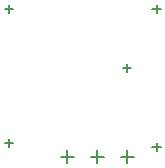
<source format=gbr>
G04*
G04 #@! TF.GenerationSoftware,Altium Limited,Altium Designer,24.1.2 (44)*
G04*
G04 Layer_Color=128*
%FSLAX44Y44*%
%MOMM*%
G71*
G04*
G04 #@! TF.SameCoordinates,A2382F87-94EC-413F-B423-03D83E9679FE*
G04*
G04*
G04 #@! TF.FilePolarity,Positive*
G04*
G01*
G75*
%ADD11C,0.1270*%
D11*
X94500Y25000D02*
X105500D01*
X100000Y19500D02*
Y30500D01*
X69100Y25000D02*
X80100D01*
X74600Y19500D02*
Y30500D01*
X119900Y25000D02*
X130900D01*
X125400Y19500D02*
Y30500D01*
X21444Y36685D02*
X28556D01*
X25000Y33129D02*
Y40241D01*
X146444Y33012D02*
X153556D01*
X150000Y29456D02*
Y36568D01*
X146444Y150000D02*
X153556D01*
X150000Y146444D02*
Y153556D01*
X21444Y150000D02*
X28556D01*
X25000Y146444D02*
Y153556D01*
X121444Y100000D02*
X128556D01*
X125000Y96444D02*
Y103556D01*
M02*

</source>
